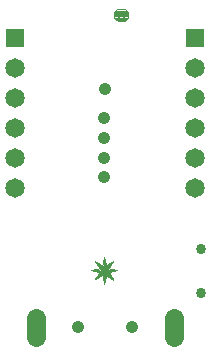
<source format=gbs>
G75*
%MOIN*%
%OFA0B0*%
%FSLAX25Y25*%
%IPPOS*%
%LPD*%
%AMOC8*
5,1,8,0,0,1.08239X$1,22.5*
%
%ADD10C,0.04137*%
%ADD11R,0.00987X0.02169*%
%ADD12C,0.00394*%
%ADD13C,0.06499*%
%ADD14R,0.06499X0.06499*%
%ADD15C,0.06499*%
%ADD16C,0.03369*%
%ADD17C,0.00100*%
D10*
X0031259Y0071061D03*
X0049370Y0071061D03*
X0040004Y0121242D03*
X0040004Y0127478D03*
X0040004Y0134112D03*
X0040004Y0140990D03*
X0040504Y0150341D03*
D11*
X0044959Y0175193D03*
X0046612Y0175193D03*
D12*
X0048187Y0175115D02*
X0048069Y0176020D01*
X0047993Y0176252D01*
X0047874Y0176465D01*
X0047715Y0176650D01*
X0047363Y0176924D01*
X0046964Y0177124D01*
X0046533Y0177241D01*
X0045156Y0177241D01*
X0045156Y0177201D01*
X0045077Y0177201D01*
X0044691Y0177158D01*
X0044325Y0177030D01*
X0043997Y0176823D01*
X0043722Y0176549D01*
X0043516Y0176221D01*
X0043388Y0175854D01*
X0043344Y0175469D01*
X0043344Y0175036D01*
X0043367Y0174635D01*
X0043479Y0174249D01*
X0043674Y0173897D01*
X0043942Y0173598D01*
X0044270Y0173366D01*
X0044641Y0173213D01*
X0045037Y0173146D01*
X0046219Y0173146D01*
X0046651Y0173193D01*
X0047064Y0173332D01*
X0047437Y0173556D01*
X0047754Y0173855D01*
X0047950Y0174133D01*
X0048090Y0174444D01*
X0048170Y0174775D01*
X0048187Y0175115D01*
X0048186Y0175093D02*
X0043344Y0175093D01*
X0043364Y0174701D02*
X0048152Y0174701D01*
X0048029Y0174309D02*
X0043462Y0174309D01*
X0043663Y0173917D02*
X0047798Y0173917D01*
X0047385Y0173525D02*
X0044046Y0173525D01*
X0043346Y0175486D02*
X0048139Y0175486D01*
X0048087Y0175878D02*
X0043396Y0175878D01*
X0043547Y0176270D02*
X0047983Y0176270D01*
X0047699Y0176662D02*
X0043836Y0176662D01*
X0044396Y0177055D02*
X0047102Y0177055D01*
D13*
X0070350Y0157467D03*
X0070350Y0147467D03*
X0070350Y0137467D03*
X0070350Y0127467D03*
X0070350Y0117467D03*
X0010350Y0117467D03*
X0010350Y0127467D03*
X0010350Y0137467D03*
X0010350Y0147467D03*
X0010350Y0157467D03*
D14*
X0010350Y0167467D03*
X0070350Y0167467D03*
D15*
X0017283Y0074211D02*
X0017283Y0067911D01*
X0063346Y0067911D02*
X0063346Y0074211D01*
D16*
X0072350Y0082431D03*
X0072350Y0097195D03*
D17*
X0044541Y0090158D02*
X0042241Y0089658D01*
X0041841Y0090158D01*
X0042241Y0090658D01*
X0044541Y0090158D01*
X0044317Y0090207D02*
X0041880Y0090207D01*
X0041881Y0090108D02*
X0044312Y0090108D01*
X0043859Y0090010D02*
X0041960Y0090010D01*
X0042039Y0089911D02*
X0043406Y0089911D01*
X0042953Y0089813D02*
X0042118Y0089813D01*
X0042196Y0089714D02*
X0042500Y0089714D01*
X0041959Y0090305D02*
X0043864Y0090305D01*
X0043411Y0090404D02*
X0042038Y0090404D01*
X0042117Y0090502D02*
X0042958Y0090502D01*
X0042505Y0090601D02*
X0042196Y0090601D01*
X0041709Y0090896D02*
X0038549Y0090896D01*
X0038615Y0090798D02*
X0041647Y0090798D01*
X0041584Y0090699D02*
X0038680Y0090699D01*
X0038746Y0090601D02*
X0041522Y0090601D01*
X0041459Y0090502D02*
X0038812Y0090502D01*
X0038878Y0090404D02*
X0041397Y0090404D01*
X0041335Y0090305D02*
X0038943Y0090305D01*
X0039009Y0090207D02*
X0041272Y0090207D01*
X0041241Y0090158D02*
X0043241Y0086958D01*
X0040141Y0088958D01*
X0037041Y0087058D01*
X0039041Y0090158D01*
X0037041Y0093158D01*
X0040141Y0091258D01*
X0043141Y0093158D01*
X0041241Y0090158D01*
X0041272Y0090108D02*
X0039009Y0090108D01*
X0038946Y0090010D02*
X0041334Y0090010D01*
X0041396Y0089911D02*
X0038882Y0089911D01*
X0038819Y0089813D02*
X0041457Y0089813D01*
X0041519Y0089714D02*
X0038755Y0089714D01*
X0038691Y0089616D02*
X0041580Y0089616D01*
X0041642Y0089517D02*
X0038628Y0089517D01*
X0038564Y0089418D02*
X0041703Y0089418D01*
X0041765Y0089320D02*
X0038501Y0089320D01*
X0038437Y0089221D02*
X0041827Y0089221D01*
X0041888Y0089123D02*
X0038374Y0089123D01*
X0038310Y0089024D02*
X0041950Y0089024D01*
X0042011Y0088926D02*
X0040191Y0088926D01*
X0040089Y0088926D02*
X0038247Y0088926D01*
X0038183Y0088827D02*
X0039929Y0088827D01*
X0039768Y0088729D02*
X0038119Y0088729D01*
X0038056Y0088630D02*
X0039607Y0088630D01*
X0039446Y0088532D02*
X0037992Y0088532D01*
X0037929Y0088433D02*
X0039286Y0088433D01*
X0039125Y0088335D02*
X0037865Y0088335D01*
X0037802Y0088236D02*
X0038964Y0088236D01*
X0038803Y0088138D02*
X0037738Y0088138D01*
X0037675Y0088039D02*
X0038643Y0088039D01*
X0038482Y0087941D02*
X0037611Y0087941D01*
X0037547Y0087842D02*
X0038321Y0087842D01*
X0038160Y0087744D02*
X0037484Y0087744D01*
X0037420Y0087645D02*
X0038000Y0087645D01*
X0037839Y0087547D02*
X0037357Y0087547D01*
X0037293Y0087448D02*
X0037678Y0087448D01*
X0037518Y0087350D02*
X0037230Y0087350D01*
X0037166Y0087251D02*
X0037357Y0087251D01*
X0037196Y0087153D02*
X0037103Y0087153D01*
X0037783Y0089714D02*
X0038075Y0089714D01*
X0038041Y0089658D02*
X0035741Y0090158D01*
X0038041Y0090658D01*
X0038341Y0090158D01*
X0038041Y0089658D01*
X0038134Y0089813D02*
X0037330Y0089813D01*
X0036877Y0089911D02*
X0038193Y0089911D01*
X0038252Y0090010D02*
X0036424Y0090010D01*
X0036419Y0090305D02*
X0038253Y0090305D01*
X0038312Y0090207D02*
X0035965Y0090207D01*
X0035970Y0090108D02*
X0038311Y0090108D01*
X0038194Y0090404D02*
X0036872Y0090404D01*
X0037325Y0090502D02*
X0038135Y0090502D01*
X0038076Y0090601D02*
X0037778Y0090601D01*
X0038418Y0091093D02*
X0041834Y0091093D01*
X0041896Y0091192D02*
X0038352Y0091192D01*
X0038286Y0091290D02*
X0040089Y0091290D01*
X0040192Y0091290D02*
X0041958Y0091290D01*
X0042021Y0091389D02*
X0040348Y0091389D01*
X0040503Y0091487D02*
X0042083Y0091487D01*
X0042146Y0091586D02*
X0040659Y0091586D01*
X0040815Y0091684D02*
X0042208Y0091684D01*
X0042270Y0091783D02*
X0040970Y0091783D01*
X0041126Y0091881D02*
X0042333Y0091881D01*
X0042395Y0091980D02*
X0041281Y0091980D01*
X0041437Y0092078D02*
X0042458Y0092078D01*
X0042520Y0092177D02*
X0041592Y0092177D01*
X0041748Y0092275D02*
X0042582Y0092275D01*
X0042645Y0092374D02*
X0041903Y0092374D01*
X0042059Y0092472D02*
X0042707Y0092472D01*
X0042770Y0092571D02*
X0042214Y0092571D01*
X0042370Y0092669D02*
X0042832Y0092669D01*
X0042894Y0092768D02*
X0042526Y0092768D01*
X0042681Y0092866D02*
X0042957Y0092866D01*
X0043019Y0092965D02*
X0042837Y0092965D01*
X0042992Y0093063D02*
X0043082Y0093063D01*
X0041771Y0090995D02*
X0038483Y0090995D01*
X0038221Y0091389D02*
X0039928Y0091389D01*
X0039767Y0091487D02*
X0038155Y0091487D01*
X0038089Y0091586D02*
X0039606Y0091586D01*
X0039446Y0091684D02*
X0038024Y0091684D01*
X0037958Y0091783D02*
X0039285Y0091783D01*
X0039124Y0091881D02*
X0037892Y0091881D01*
X0037827Y0091980D02*
X0038963Y0091980D01*
X0038803Y0092078D02*
X0037761Y0092078D01*
X0037695Y0092177D02*
X0038642Y0092177D01*
X0038481Y0092275D02*
X0037630Y0092275D01*
X0037564Y0092374D02*
X0038321Y0092374D01*
X0038160Y0092472D02*
X0037498Y0092472D01*
X0037433Y0092571D02*
X0037999Y0092571D01*
X0037838Y0092669D02*
X0037367Y0092669D01*
X0037301Y0092768D02*
X0037678Y0092768D01*
X0037517Y0092866D02*
X0037236Y0092866D01*
X0037170Y0092965D02*
X0037356Y0092965D01*
X0037195Y0093063D02*
X0037104Y0093063D01*
X0039707Y0092472D02*
X0040576Y0092472D01*
X0040596Y0092374D02*
X0039686Y0092374D01*
X0039666Y0092275D02*
X0040617Y0092275D01*
X0040637Y0092177D02*
X0039645Y0092177D01*
X0039641Y0092158D02*
X0040141Y0094558D01*
X0040641Y0092158D01*
X0040141Y0091858D01*
X0039641Y0092158D01*
X0039774Y0092078D02*
X0040509Y0092078D01*
X0040345Y0091980D02*
X0039938Y0091980D01*
X0040102Y0091881D02*
X0040180Y0091881D01*
X0040555Y0092571D02*
X0039727Y0092571D01*
X0039748Y0092669D02*
X0040535Y0092669D01*
X0040514Y0092768D02*
X0039768Y0092768D01*
X0039789Y0092866D02*
X0040494Y0092866D01*
X0040473Y0092965D02*
X0039809Y0092965D01*
X0039830Y0093063D02*
X0040453Y0093063D01*
X0040432Y0093162D02*
X0039851Y0093162D01*
X0039871Y0093260D02*
X0040412Y0093260D01*
X0040391Y0093359D02*
X0039892Y0093359D01*
X0039912Y0093457D02*
X0040371Y0093457D01*
X0040350Y0093556D02*
X0039933Y0093556D01*
X0039953Y0093654D02*
X0040330Y0093654D01*
X0040309Y0093753D02*
X0039974Y0093753D01*
X0039994Y0093852D02*
X0040288Y0093852D01*
X0040268Y0093950D02*
X0040015Y0093950D01*
X0040035Y0094049D02*
X0040247Y0094049D01*
X0040227Y0094147D02*
X0040056Y0094147D01*
X0040076Y0094246D02*
X0040206Y0094246D01*
X0040186Y0094344D02*
X0040097Y0094344D01*
X0040117Y0094443D02*
X0040165Y0094443D01*
X0040145Y0094541D02*
X0040138Y0094541D01*
X0040344Y0088827D02*
X0042073Y0088827D01*
X0042134Y0088729D02*
X0040496Y0088729D01*
X0040649Y0088630D02*
X0042196Y0088630D01*
X0042258Y0088532D02*
X0040802Y0088532D01*
X0040954Y0088433D02*
X0042319Y0088433D01*
X0042381Y0088335D02*
X0041107Y0088335D01*
X0041260Y0088236D02*
X0042442Y0088236D01*
X0042504Y0088138D02*
X0041412Y0088138D01*
X0041565Y0088039D02*
X0042565Y0088039D01*
X0042627Y0087941D02*
X0041718Y0087941D01*
X0041870Y0087842D02*
X0042689Y0087842D01*
X0042750Y0087744D02*
X0042023Y0087744D01*
X0042176Y0087645D02*
X0042812Y0087645D01*
X0042873Y0087547D02*
X0042329Y0087547D01*
X0042481Y0087448D02*
X0042935Y0087448D01*
X0042996Y0087350D02*
X0042634Y0087350D01*
X0042787Y0087251D02*
X0043058Y0087251D01*
X0043120Y0087153D02*
X0042939Y0087153D01*
X0043092Y0087054D02*
X0043181Y0087054D01*
X0040555Y0087645D02*
X0039727Y0087645D01*
X0039748Y0087547D02*
X0040535Y0087547D01*
X0040514Y0087448D02*
X0039768Y0087448D01*
X0039789Y0087350D02*
X0040494Y0087350D01*
X0040473Y0087251D02*
X0039809Y0087251D01*
X0039830Y0087153D02*
X0040453Y0087153D01*
X0040432Y0087054D02*
X0039850Y0087054D01*
X0039871Y0086956D02*
X0040412Y0086956D01*
X0040391Y0086857D02*
X0039891Y0086857D01*
X0039912Y0086759D02*
X0040371Y0086759D01*
X0040350Y0086660D02*
X0039933Y0086660D01*
X0039953Y0086562D02*
X0040330Y0086562D01*
X0040309Y0086463D02*
X0039974Y0086463D01*
X0039994Y0086365D02*
X0040289Y0086365D01*
X0040268Y0086266D02*
X0040015Y0086266D01*
X0040035Y0086168D02*
X0040248Y0086168D01*
X0040227Y0086069D02*
X0040056Y0086069D01*
X0040076Y0085971D02*
X0040206Y0085971D01*
X0040186Y0085872D02*
X0040097Y0085872D01*
X0040117Y0085774D02*
X0040165Y0085774D01*
X0040145Y0085675D02*
X0040138Y0085675D01*
X0040141Y0085658D02*
X0039641Y0088058D01*
X0040141Y0088358D01*
X0040641Y0088058D01*
X0040141Y0085658D01*
X0039707Y0087744D02*
X0040576Y0087744D01*
X0040596Y0087842D02*
X0039686Y0087842D01*
X0039666Y0087941D02*
X0040617Y0087941D01*
X0040637Y0088039D02*
X0039645Y0088039D01*
X0039775Y0088138D02*
X0040508Y0088138D01*
X0040344Y0088236D02*
X0039939Y0088236D01*
X0040103Y0088335D02*
X0040180Y0088335D01*
M02*

</source>
